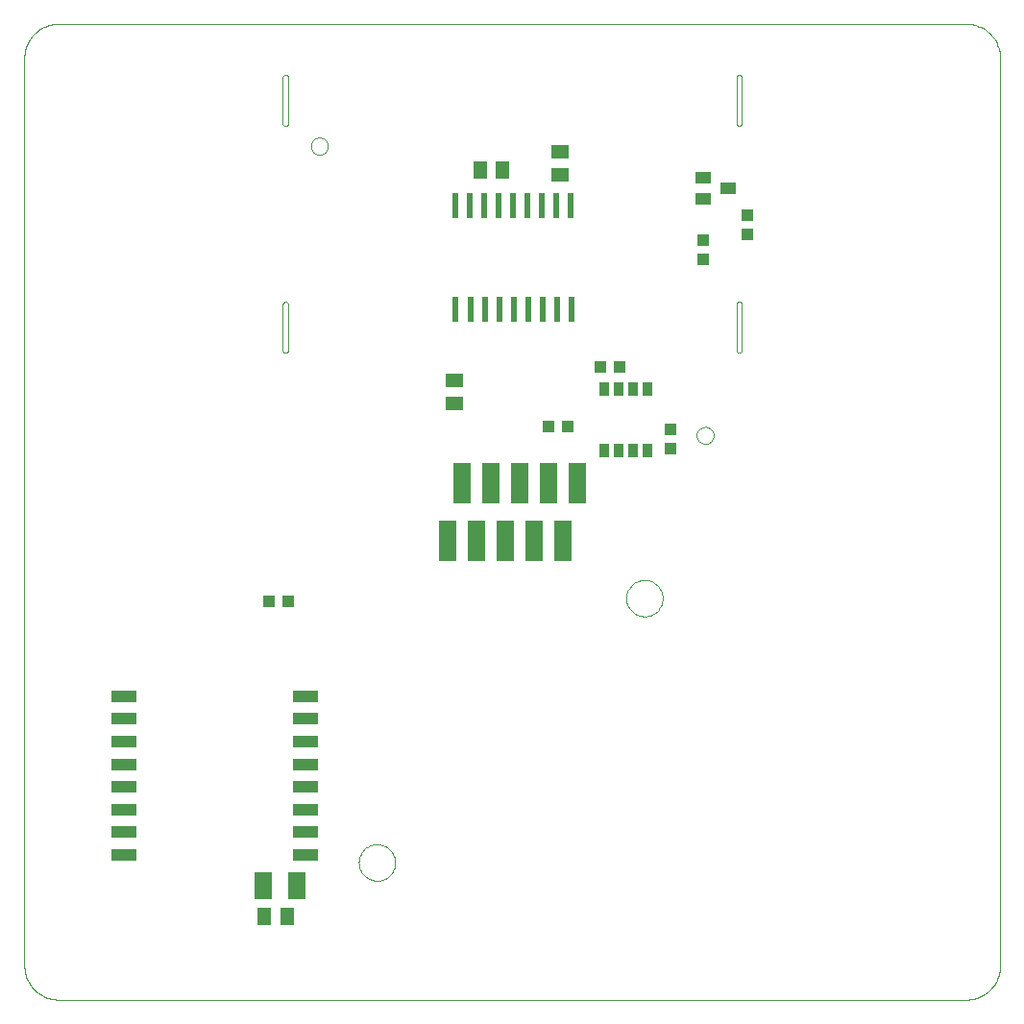
<source format=gbp>
G75*
%MOIN*%
%OFA0B0*%
%FSLAX24Y24*%
%IPPOS*%
%LPD*%
%AMOC8*
5,1,8,0,0,1.08239X$1,22.5*
%
%ADD10C,0.0000*%
%ADD11R,0.0860X0.0420*%
%ADD12R,0.0512X0.0630*%
%ADD13R,0.0630X0.0512*%
%ADD14R,0.0433X0.0394*%
%ADD15R,0.0551X0.0394*%
%ADD16R,0.0236X0.0866*%
%ADD17R,0.0394X0.0433*%
%ADD18R,0.0591X0.1409*%
%ADD19R,0.0360X0.0450*%
%ADD20R,0.0630X0.0945*%
D10*
X000872Y001735D02*
X000872Y033231D01*
X000874Y033297D01*
X000879Y033363D01*
X000889Y033429D01*
X000902Y033494D01*
X000918Y033558D01*
X000938Y033621D01*
X000962Y033683D01*
X000989Y033743D01*
X001019Y033802D01*
X001053Y033859D01*
X001090Y033914D01*
X001130Y033967D01*
X001172Y034018D01*
X001218Y034066D01*
X001266Y034112D01*
X001317Y034154D01*
X001370Y034194D01*
X001425Y034231D01*
X001482Y034265D01*
X001541Y034295D01*
X001601Y034322D01*
X001663Y034346D01*
X001726Y034366D01*
X001790Y034382D01*
X001855Y034395D01*
X001921Y034405D01*
X001987Y034410D01*
X002053Y034412D01*
X033549Y034412D01*
X033615Y034410D01*
X033681Y034405D01*
X033747Y034395D01*
X033812Y034382D01*
X033876Y034366D01*
X033939Y034346D01*
X034001Y034322D01*
X034061Y034295D01*
X034120Y034265D01*
X034177Y034231D01*
X034232Y034194D01*
X034285Y034154D01*
X034336Y034112D01*
X034384Y034066D01*
X034430Y034018D01*
X034472Y033967D01*
X034512Y033914D01*
X034549Y033859D01*
X034583Y033802D01*
X034613Y033743D01*
X034640Y033683D01*
X034664Y033621D01*
X034684Y033558D01*
X034700Y033494D01*
X034713Y033429D01*
X034723Y033363D01*
X034728Y033297D01*
X034730Y033231D01*
X034730Y001735D01*
X034728Y001669D01*
X034723Y001603D01*
X034713Y001537D01*
X034700Y001472D01*
X034684Y001408D01*
X034664Y001345D01*
X034640Y001283D01*
X034613Y001223D01*
X034583Y001164D01*
X034549Y001107D01*
X034512Y001052D01*
X034472Y000999D01*
X034430Y000948D01*
X034384Y000900D01*
X034336Y000854D01*
X034285Y000812D01*
X034232Y000772D01*
X034177Y000735D01*
X034120Y000701D01*
X034061Y000671D01*
X034001Y000644D01*
X033939Y000620D01*
X033876Y000600D01*
X033812Y000584D01*
X033747Y000571D01*
X033681Y000561D01*
X033615Y000556D01*
X033549Y000554D01*
X002053Y000554D01*
X001987Y000556D01*
X001921Y000561D01*
X001855Y000571D01*
X001790Y000584D01*
X001726Y000600D01*
X001663Y000620D01*
X001601Y000644D01*
X001541Y000671D01*
X001482Y000701D01*
X001425Y000735D01*
X001370Y000772D01*
X001317Y000812D01*
X001266Y000854D01*
X001218Y000900D01*
X001172Y000948D01*
X001130Y000999D01*
X001090Y001052D01*
X001053Y001107D01*
X001019Y001164D01*
X000989Y001223D01*
X000962Y001283D01*
X000938Y001345D01*
X000918Y001408D01*
X000902Y001472D01*
X000889Y001537D01*
X000879Y001603D01*
X000874Y001669D01*
X000872Y001735D01*
X012474Y005310D02*
X012476Y005360D01*
X012482Y005410D01*
X012492Y005459D01*
X012506Y005507D01*
X012523Y005554D01*
X012544Y005599D01*
X012569Y005643D01*
X012597Y005684D01*
X012629Y005723D01*
X012663Y005760D01*
X012700Y005794D01*
X012740Y005824D01*
X012782Y005851D01*
X012826Y005875D01*
X012872Y005896D01*
X012919Y005912D01*
X012967Y005925D01*
X013017Y005934D01*
X013066Y005939D01*
X013117Y005940D01*
X013167Y005937D01*
X013216Y005930D01*
X013265Y005919D01*
X013313Y005904D01*
X013359Y005886D01*
X013404Y005864D01*
X013447Y005838D01*
X013488Y005809D01*
X013527Y005777D01*
X013563Y005742D01*
X013595Y005704D01*
X013625Y005664D01*
X013652Y005621D01*
X013675Y005577D01*
X013694Y005531D01*
X013710Y005483D01*
X013722Y005434D01*
X013730Y005385D01*
X013734Y005335D01*
X013734Y005285D01*
X013730Y005235D01*
X013722Y005186D01*
X013710Y005137D01*
X013694Y005089D01*
X013675Y005043D01*
X013652Y004999D01*
X013625Y004956D01*
X013595Y004916D01*
X013563Y004878D01*
X013527Y004843D01*
X013488Y004811D01*
X013447Y004782D01*
X013404Y004756D01*
X013359Y004734D01*
X013313Y004716D01*
X013265Y004701D01*
X013216Y004690D01*
X013167Y004683D01*
X013117Y004680D01*
X013066Y004681D01*
X013017Y004686D01*
X012967Y004695D01*
X012919Y004708D01*
X012872Y004724D01*
X012826Y004745D01*
X012782Y004769D01*
X012740Y004796D01*
X012700Y004826D01*
X012663Y004860D01*
X012629Y004897D01*
X012597Y004936D01*
X012569Y004977D01*
X012544Y005021D01*
X012523Y005066D01*
X012506Y005113D01*
X012492Y005161D01*
X012482Y005210D01*
X012476Y005260D01*
X012474Y005310D01*
X021757Y014483D02*
X021759Y014533D01*
X021765Y014583D01*
X021775Y014632D01*
X021789Y014680D01*
X021806Y014727D01*
X021827Y014772D01*
X021852Y014816D01*
X021880Y014857D01*
X021912Y014896D01*
X021946Y014933D01*
X021983Y014967D01*
X022023Y014997D01*
X022065Y015024D01*
X022109Y015048D01*
X022155Y015069D01*
X022202Y015085D01*
X022250Y015098D01*
X022300Y015107D01*
X022349Y015112D01*
X022400Y015113D01*
X022450Y015110D01*
X022499Y015103D01*
X022548Y015092D01*
X022596Y015077D01*
X022642Y015059D01*
X022687Y015037D01*
X022730Y015011D01*
X022771Y014982D01*
X022810Y014950D01*
X022846Y014915D01*
X022878Y014877D01*
X022908Y014837D01*
X022935Y014794D01*
X022958Y014750D01*
X022977Y014704D01*
X022993Y014656D01*
X023005Y014607D01*
X023013Y014558D01*
X023017Y014508D01*
X023017Y014458D01*
X023013Y014408D01*
X023005Y014359D01*
X022993Y014310D01*
X022977Y014262D01*
X022958Y014216D01*
X022935Y014172D01*
X022908Y014129D01*
X022878Y014089D01*
X022846Y014051D01*
X022810Y014016D01*
X022771Y013984D01*
X022730Y013955D01*
X022687Y013929D01*
X022642Y013907D01*
X022596Y013889D01*
X022548Y013874D01*
X022499Y013863D01*
X022450Y013856D01*
X022400Y013853D01*
X022349Y013854D01*
X022300Y013859D01*
X022250Y013868D01*
X022202Y013881D01*
X022155Y013897D01*
X022109Y013918D01*
X022065Y013942D01*
X022023Y013969D01*
X021983Y013999D01*
X021946Y014033D01*
X021912Y014070D01*
X021880Y014109D01*
X021852Y014150D01*
X021827Y014194D01*
X021806Y014239D01*
X021789Y014286D01*
X021775Y014334D01*
X021765Y014383D01*
X021759Y014433D01*
X021757Y014483D01*
X024199Y020132D02*
X024201Y020166D01*
X024207Y020200D01*
X024217Y020233D01*
X024230Y020264D01*
X024248Y020294D01*
X024268Y020322D01*
X024292Y020347D01*
X024318Y020369D01*
X024346Y020387D01*
X024377Y020403D01*
X024409Y020415D01*
X024443Y020423D01*
X024477Y020427D01*
X024511Y020427D01*
X024545Y020423D01*
X024579Y020415D01*
X024611Y020403D01*
X024641Y020387D01*
X024670Y020369D01*
X024696Y020347D01*
X024720Y020322D01*
X024740Y020294D01*
X024758Y020264D01*
X024771Y020233D01*
X024781Y020200D01*
X024787Y020166D01*
X024789Y020132D01*
X024787Y020098D01*
X024781Y020064D01*
X024771Y020031D01*
X024758Y020000D01*
X024740Y019970D01*
X024720Y019942D01*
X024696Y019917D01*
X024670Y019895D01*
X024642Y019877D01*
X024611Y019861D01*
X024579Y019849D01*
X024545Y019841D01*
X024511Y019837D01*
X024477Y019837D01*
X024443Y019841D01*
X024409Y019849D01*
X024377Y019861D01*
X024346Y019877D01*
X024318Y019895D01*
X024292Y019917D01*
X024268Y019942D01*
X024248Y019970D01*
X024230Y020000D01*
X024217Y020031D01*
X024207Y020064D01*
X024201Y020098D01*
X024199Y020132D01*
X025576Y023093D02*
X025576Y024668D01*
X025577Y024668D02*
X025578Y024685D01*
X025583Y024702D01*
X025590Y024717D01*
X025600Y024731D01*
X025612Y024743D01*
X025626Y024753D01*
X025641Y024760D01*
X025658Y024765D01*
X025675Y024766D01*
X025692Y024765D01*
X025709Y024760D01*
X025724Y024753D01*
X025738Y024743D01*
X025750Y024731D01*
X025760Y024717D01*
X025767Y024702D01*
X025772Y024685D01*
X025773Y024668D01*
X025773Y023093D01*
X025772Y023076D01*
X025767Y023059D01*
X025760Y023044D01*
X025750Y023030D01*
X025738Y023018D01*
X025724Y023008D01*
X025709Y023001D01*
X025692Y022996D01*
X025675Y022995D01*
X025658Y022996D01*
X025641Y023001D01*
X025626Y023008D01*
X025612Y023018D01*
X025600Y023030D01*
X025590Y023044D01*
X025583Y023059D01*
X025578Y023076D01*
X025577Y023093D01*
X025576Y030967D02*
X025576Y032542D01*
X025577Y032542D02*
X025578Y032559D01*
X025583Y032576D01*
X025590Y032591D01*
X025600Y032605D01*
X025612Y032617D01*
X025626Y032627D01*
X025641Y032634D01*
X025658Y032639D01*
X025675Y032640D01*
X025692Y032639D01*
X025709Y032634D01*
X025724Y032627D01*
X025738Y032617D01*
X025750Y032605D01*
X025760Y032591D01*
X025767Y032576D01*
X025772Y032559D01*
X025773Y032542D01*
X025773Y030967D01*
X025772Y030950D01*
X025767Y030933D01*
X025760Y030918D01*
X025750Y030904D01*
X025738Y030892D01*
X025724Y030882D01*
X025709Y030875D01*
X025692Y030870D01*
X025675Y030869D01*
X025658Y030870D01*
X025641Y030875D01*
X025626Y030882D01*
X025612Y030892D01*
X025600Y030904D01*
X025590Y030918D01*
X025583Y030933D01*
X025578Y030950D01*
X025577Y030967D01*
X010813Y030172D02*
X010815Y030206D01*
X010821Y030240D01*
X010831Y030273D01*
X010844Y030304D01*
X010862Y030334D01*
X010882Y030362D01*
X010906Y030387D01*
X010932Y030409D01*
X010960Y030427D01*
X010991Y030443D01*
X011023Y030455D01*
X011057Y030463D01*
X011091Y030467D01*
X011125Y030467D01*
X011159Y030463D01*
X011193Y030455D01*
X011225Y030443D01*
X011255Y030427D01*
X011284Y030409D01*
X011310Y030387D01*
X011334Y030362D01*
X011354Y030334D01*
X011372Y030304D01*
X011385Y030273D01*
X011395Y030240D01*
X011401Y030206D01*
X011403Y030172D01*
X011401Y030138D01*
X011395Y030104D01*
X011385Y030071D01*
X011372Y030040D01*
X011354Y030010D01*
X011334Y029982D01*
X011310Y029957D01*
X011284Y029935D01*
X011256Y029917D01*
X011225Y029901D01*
X011193Y029889D01*
X011159Y029881D01*
X011125Y029877D01*
X011091Y029877D01*
X011057Y029881D01*
X011023Y029889D01*
X010991Y029901D01*
X010960Y029917D01*
X010932Y029935D01*
X010906Y029957D01*
X010882Y029982D01*
X010862Y030010D01*
X010844Y030040D01*
X010831Y030071D01*
X010821Y030104D01*
X010815Y030138D01*
X010813Y030172D01*
X010025Y030967D02*
X010025Y032542D01*
X009927Y032640D02*
X009910Y032639D01*
X009893Y032634D01*
X009878Y032627D01*
X009864Y032617D01*
X009852Y032605D01*
X009842Y032591D01*
X009835Y032576D01*
X009830Y032559D01*
X009829Y032542D01*
X009828Y032542D02*
X009828Y030967D01*
X009927Y030869D02*
X009944Y030870D01*
X009961Y030875D01*
X009976Y030882D01*
X009990Y030892D01*
X010002Y030904D01*
X010012Y030918D01*
X010019Y030933D01*
X010024Y030950D01*
X010025Y030967D01*
X009927Y030869D02*
X009910Y030870D01*
X009893Y030875D01*
X009878Y030882D01*
X009864Y030892D01*
X009852Y030904D01*
X009842Y030918D01*
X009835Y030933D01*
X009830Y030950D01*
X009829Y030967D01*
X010025Y032542D02*
X010024Y032559D01*
X010019Y032576D01*
X010012Y032591D01*
X010002Y032605D01*
X009990Y032617D01*
X009976Y032627D01*
X009961Y032634D01*
X009944Y032639D01*
X009927Y032640D01*
X009927Y024766D02*
X009910Y024765D01*
X009893Y024760D01*
X009878Y024753D01*
X009864Y024743D01*
X009852Y024731D01*
X009842Y024717D01*
X009835Y024702D01*
X009830Y024685D01*
X009829Y024668D01*
X009828Y024668D02*
X009828Y023093D01*
X009927Y022995D02*
X009944Y022996D01*
X009961Y023001D01*
X009976Y023008D01*
X009990Y023018D01*
X010002Y023030D01*
X010012Y023044D01*
X010019Y023059D01*
X010024Y023076D01*
X010025Y023093D01*
X010025Y024668D01*
X010024Y024685D01*
X010019Y024702D01*
X010012Y024717D01*
X010002Y024731D01*
X009990Y024743D01*
X009976Y024753D01*
X009961Y024760D01*
X009944Y024765D01*
X009927Y024766D01*
X009829Y023093D02*
X009830Y023076D01*
X009835Y023059D01*
X009842Y023044D01*
X009852Y023030D01*
X009864Y023018D01*
X009878Y023008D01*
X009893Y023001D01*
X009910Y022996D01*
X009927Y022995D01*
D11*
X010616Y011085D03*
X010616Y010298D03*
X010616Y009510D03*
X010616Y008723D03*
X010616Y007936D03*
X010616Y007148D03*
X010616Y006361D03*
X010616Y005573D03*
X004316Y005573D03*
X004316Y006361D03*
X004316Y007148D03*
X004316Y007936D03*
X004316Y008723D03*
X004316Y009510D03*
X004316Y010298D03*
X004316Y011085D03*
D12*
X009202Y003438D03*
X009989Y003438D03*
X016678Y029342D03*
X017465Y029342D03*
D13*
X019464Y029186D03*
X019464Y029973D03*
X015807Y022044D03*
X015807Y021257D03*
D14*
X023282Y020340D03*
X023282Y019671D03*
X024435Y026229D03*
X024435Y026898D03*
X025945Y027097D03*
X025945Y027766D03*
D15*
X025296Y028705D03*
X024430Y029079D03*
X024430Y028331D03*
D16*
X019837Y028118D03*
X019337Y028118D03*
X018837Y028118D03*
X018337Y028118D03*
X017837Y028118D03*
X017337Y028118D03*
X016837Y028118D03*
X016337Y028118D03*
X015837Y028118D03*
X015837Y024496D03*
X016349Y024496D03*
X016861Y024496D03*
X017361Y024496D03*
X017861Y024496D03*
X018361Y024496D03*
X018861Y024496D03*
X019361Y024496D03*
X019861Y024496D03*
D17*
X020849Y022491D03*
X021519Y022491D03*
X019738Y020448D03*
X019068Y020448D03*
X010017Y014378D03*
X009348Y014378D03*
D18*
X015551Y016483D03*
X016551Y016483D03*
X017551Y016483D03*
X018551Y016483D03*
X019551Y016483D03*
X020051Y018483D03*
X019051Y018483D03*
X018051Y018483D03*
X017051Y018483D03*
X016051Y018483D03*
D19*
X020997Y019604D03*
X021497Y019604D03*
X021997Y019604D03*
X022497Y019604D03*
X022497Y021754D03*
X021997Y021754D03*
X021497Y021754D03*
X020997Y021754D03*
D20*
X010337Y004491D03*
X009156Y004491D03*
M02*

</source>
